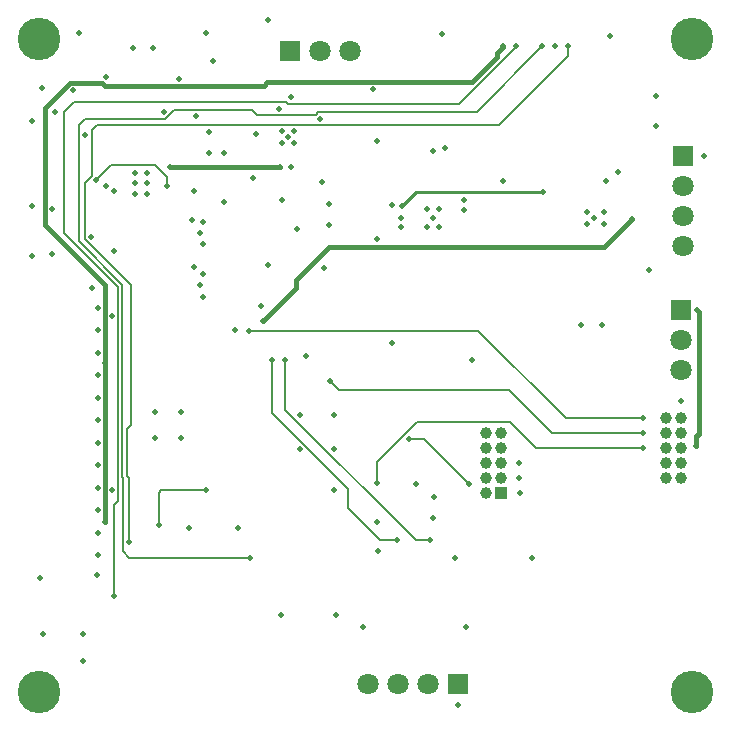
<source format=gbl>
G04*
G04 #@! TF.GenerationSoftware,Altium Limited,Altium Designer,23.1.1 (15)*
G04*
G04 Layer_Physical_Order=4*
G04 Layer_Color=16711680*
%FSLAX25Y25*%
%MOIN*%
G70*
G04*
G04 #@! TF.SameCoordinates,04E93CFA-C197-41A2-BC49-AEE8B521008C*
G04*
G04*
G04 #@! TF.FilePolarity,Positive*
G04*
G01*
G75*
%ADD15C,0.00800*%
%ADD126C,0.00900*%
%ADD127C,0.01500*%
%ADD130R,0.07087X0.07087*%
%ADD131C,0.07087*%
%ADD132R,0.03960X0.03960*%
%ADD133C,0.03960*%
%ADD134R,0.07087X0.07087*%
%ADD135C,0.14173*%
%ADD136C,0.02000*%
D15*
X112380Y70723D02*
X123063Y60039D01*
X128667D01*
X91514Y103473D02*
X134948Y60039D01*
X91514Y103473D02*
Y119943D01*
X134948Y60039D02*
X139667D01*
X34449Y71755D02*
X35846Y73152D01*
X35756Y80321D02*
Y144363D01*
X37246Y56221D02*
X39484Y53983D01*
X37156Y80900D02*
Y145094D01*
Y80900D02*
X37246Y80810D01*
X35846Y73152D02*
Y80230D01*
X37246Y56221D02*
Y80810D01*
X35756Y80321D02*
X35846Y80230D01*
X17717Y162402D02*
X35756Y144363D01*
X38615Y81420D02*
X39370Y80666D01*
X38615Y97173D02*
X39895Y98453D01*
X38615Y81420D02*
Y97173D01*
X22606Y159643D02*
X37156Y145094D01*
X39370Y59470D02*
Y80666D01*
Y59294D02*
Y59470D01*
X34449Y41339D02*
Y71755D01*
X17717Y162402D02*
Y202745D01*
X22606Y159643D02*
Y198274D01*
X24575Y160195D02*
Y179033D01*
Y160195D02*
X39895Y144875D01*
Y98453D02*
Y144875D01*
X112380Y70723D02*
Y77024D01*
X87024Y102379D02*
X112380Y77024D01*
X87024Y102379D02*
Y119943D01*
X155728Y129831D02*
X184929Y100630D01*
X79309Y129831D02*
X155728D01*
X106364Y113000D02*
X109364Y110000D01*
X166016D02*
X180308Y95709D01*
X109364Y110000D02*
X166016D01*
X184929Y100630D02*
X210630D01*
X180308Y95709D02*
X210630D01*
X39484Y53983D02*
X79724D01*
X50197Y76772D02*
X64961D01*
X49213Y75787D02*
X50197Y76772D01*
X49213Y64961D02*
Y75787D01*
X102103Y198274D02*
X162685D01*
X185730Y221319D02*
Y224623D01*
X162685Y198274D02*
X185730Y221319D01*
X102529Y202700D02*
X155223D01*
X177069Y224546D01*
X149220Y205262D02*
X168407Y224449D01*
Y224623D01*
X92509Y205262D02*
X149220D01*
X122047Y79180D02*
Y86058D01*
X132759Y93685D02*
X137614D01*
X135399Y99410D02*
X166465D01*
X122047Y86058D02*
X135399Y99410D01*
X166465D02*
X175166Y90709D01*
X210669D01*
X137614Y93685D02*
X152559Y78740D01*
X218386Y95669D02*
X218425Y95630D01*
X24575Y179033D02*
X26906Y181364D01*
Y196767D01*
X28575Y198435D01*
X101941D01*
X24606Y200274D02*
X51365D01*
X54453Y203362D01*
X22606Y198274D02*
X24606Y200274D01*
X80393Y203362D02*
X81970Y201786D01*
X101615D01*
X102529Y202700D01*
X54453Y203362D02*
X80393D01*
X101941Y198435D02*
X102103Y198274D01*
X17717Y202745D02*
X21108Y206136D01*
X28365Y179994D02*
X33410Y185039D01*
X21108Y206136D02*
X91635D01*
X92509Y205262D01*
X52165Y178035D02*
Y180884D01*
X33410Y185039D02*
X48010D01*
X52165Y180884D01*
X53069Y184270D02*
X53105Y184306D01*
D126*
X130352Y171260D02*
X135092Y176000D01*
X177362D01*
D127*
X31451Y65990D02*
Y118914D01*
X31405Y118959D02*
Y144893D01*
X31451Y65990D02*
X31496Y65945D01*
X31405Y118959D02*
X31451Y118914D01*
X228650Y136676D02*
Y136811D01*
Y136676D02*
X229219Y136107D01*
Y95520D02*
Y136107D01*
X228330Y94632D02*
X229219Y95520D01*
X228330Y91616D02*
Y94632D01*
X228235Y91520D02*
X228330Y91616D01*
X11396Y164902D02*
X31405Y144893D01*
X11396Y164902D02*
Y204157D01*
X84034Y133000D02*
X95080Y144046D01*
Y146813D01*
X106031Y157764D01*
X197723D01*
X207000Y167041D01*
X153748Y212618D02*
X162087Y220957D01*
X164077Y224488D02*
Y224623D01*
X162087Y220957D02*
Y222498D01*
X164077Y224488D01*
X85525Y212618D02*
X153748D01*
X11396Y204157D02*
X19696Y212457D01*
X30473D01*
X84317Y211410D02*
X85525Y212618D01*
X31520Y211410D02*
X84317D01*
X30473Y212457D02*
X31520Y211410D01*
X53105Y184306D02*
X89545D01*
D130*
X224000Y188172D02*
D03*
X223425Y136811D02*
D03*
D131*
X224000Y178172D02*
D03*
Y168172D02*
D03*
Y158172D02*
D03*
X103075Y222947D02*
D03*
X113075D02*
D03*
X223425Y116811D02*
D03*
Y126811D02*
D03*
X119000Y12000D02*
D03*
X129000D02*
D03*
X139000D02*
D03*
D132*
X163386Y75709D02*
D03*
D133*
Y80709D02*
D03*
X158386Y75709D02*
D03*
Y80709D02*
D03*
Y90709D02*
D03*
Y85709D02*
D03*
X163386Y90709D02*
D03*
Y85709D02*
D03*
Y95709D02*
D03*
X158386D02*
D03*
X223425Y80630D02*
D03*
Y85630D02*
D03*
X218425Y80630D02*
D03*
Y85630D02*
D03*
Y95630D02*
D03*
Y90630D02*
D03*
X223425Y95630D02*
D03*
Y90630D02*
D03*
Y100630D02*
D03*
X218425D02*
D03*
D134*
X93075Y222947D02*
D03*
X149000Y12000D02*
D03*
D135*
X9252Y9252D02*
D03*
X226969D02*
D03*
X9252Y226969D02*
D03*
X226969D02*
D03*
D136*
X108268Y35019D02*
D03*
X128667Y60039D02*
D03*
X29000Y137500D02*
D03*
Y130000D02*
D03*
Y122500D02*
D03*
Y55000D02*
D03*
Y62500D02*
D03*
Y70000D02*
D03*
Y77500D02*
D03*
Y85000D02*
D03*
Y92500D02*
D03*
Y100000D02*
D03*
Y115000D02*
D03*
X31405Y119095D02*
D03*
X29000Y107500D02*
D03*
X28604Y48504D02*
D03*
X33846Y76772D02*
D03*
X31496Y65945D02*
D03*
X228650Y136811D02*
D03*
X228235Y91520D02*
D03*
X10500Y210607D02*
D03*
X33755Y134843D02*
D03*
X13746Y155512D02*
D03*
X26957Y144183D02*
D03*
X26575Y161024D02*
D03*
X153550Y120177D02*
D03*
X129921Y164370D02*
D03*
X122457Y56306D02*
D03*
X140748Y67323D02*
D03*
X139667Y60039D02*
D03*
X151631Y31000D02*
D03*
X117323Y31000D02*
D03*
X90000Y35000D02*
D03*
X149000Y5000D02*
D03*
X91514Y119943D02*
D03*
X87024D02*
D03*
X84034Y133000D02*
D03*
X79309Y129831D02*
D03*
X106364Y113000D02*
D03*
X98207Y121441D02*
D03*
X127170Y125787D02*
D03*
X83220Y137969D02*
D03*
X122047Y160236D02*
D03*
X207000Y167041D02*
D03*
X212835Y150165D02*
D03*
X231000Y188000D02*
D03*
X151052Y173524D02*
D03*
X177362Y176000D02*
D03*
X130352Y171260D02*
D03*
X129921Y167323D02*
D03*
X106031Y164948D02*
D03*
X202216Y182710D02*
D03*
X151052Y169976D02*
D03*
X164077Y179857D02*
D03*
X104531Y150787D02*
D03*
X147910Y53983D02*
D03*
X173799D02*
D03*
X169606Y75709D02*
D03*
X190121Y131744D02*
D03*
X196922D02*
D03*
X24059Y19685D02*
D03*
X10827Y28543D02*
D03*
X9843Y47244D02*
D03*
X64961Y76772D02*
D03*
X49213Y64961D02*
D03*
X39370Y59470D02*
D03*
X59339Y63976D02*
D03*
X79724Y53983D02*
D03*
X24059Y28543D02*
D03*
X74803Y129921D02*
D03*
X75787Y63976D02*
D03*
X107656Y76772D02*
D03*
X141181Y74410D02*
D03*
X134941Y78740D02*
D03*
X214879Y198103D02*
D03*
Y208093D02*
D03*
X198524Y179857D02*
D03*
X185730Y224623D02*
D03*
X181400D02*
D03*
X177069Y224546D02*
D03*
X168407Y224623D02*
D03*
X164077D02*
D03*
X140748Y189650D02*
D03*
X122047Y192983D02*
D03*
X127170Y171812D02*
D03*
X106031Y172047D02*
D03*
X95451Y163809D02*
D03*
X90530Y173522D02*
D03*
X70866Y172672D02*
D03*
X60356Y166535D02*
D03*
X60941Y150870D02*
D03*
X223425Y106299D02*
D03*
X67234Y219748D02*
D03*
X41517Y182514D02*
D03*
Y178971D02*
D03*
Y175428D02*
D03*
X45454D02*
D03*
Y178971D02*
D03*
Y182514D02*
D03*
X92498Y194467D02*
D03*
X90530Y192498D02*
D03*
X90530Y196435D02*
D03*
X94467Y196435D02*
D03*
X94467Y192498D02*
D03*
X140748Y167323D02*
D03*
X142717Y170276D02*
D03*
X138779D02*
D03*
Y164370D02*
D03*
X142717D02*
D03*
X132759Y93685D02*
D03*
X169291Y85630D02*
D03*
Y80709D02*
D03*
X210669Y90709D02*
D03*
X210630Y95709D02*
D03*
X152559Y78740D02*
D03*
X122047Y79180D02*
D03*
X210630Y100630D02*
D03*
X34449Y41339D02*
D03*
X103637Y179380D02*
D03*
X64158Y158661D02*
D03*
X14764Y202700D02*
D03*
X28365Y179994D02*
D03*
X93482Y207612D02*
D03*
X120648Y210268D02*
D03*
X65945Y189069D02*
D03*
X143701Y228817D02*
D03*
X85827Y151772D02*
D03*
X93482Y184270D02*
D03*
X80709Y180684D02*
D03*
X122047Y65945D02*
D03*
X197835Y165354D02*
D03*
X191929D02*
D03*
Y169291D02*
D03*
X197835D02*
D03*
X194529Y167424D02*
D03*
X107600Y101727D02*
D03*
Y90215D02*
D03*
X96360D02*
D03*
Y101727D02*
D03*
X64158Y141142D02*
D03*
X70866Y189069D02*
D03*
X56840Y93947D02*
D03*
X48108D02*
D03*
X56840Y102538D02*
D03*
X48108D02*
D03*
X64158Y148622D02*
D03*
Y166142D02*
D03*
X89545Y184306D02*
D03*
X53069Y184270D02*
D03*
X62992Y144882D02*
D03*
Y162402D02*
D03*
X89264Y203786D02*
D03*
X61024Y176313D02*
D03*
X61577Y201362D02*
D03*
X81693Y195451D02*
D03*
X85731Y233246D02*
D03*
X102931Y200274D02*
D03*
X52165Y178035D02*
D03*
X6890Y199803D02*
D03*
X65945Y195866D02*
D03*
X24606Y195079D02*
D03*
X34461Y156496D02*
D03*
X13746Y170276D02*
D03*
X6890Y154528D02*
D03*
X34449Y176313D02*
D03*
X31754Y178085D02*
D03*
X20669Y210107D02*
D03*
X6890Y171260D02*
D03*
X199803Y227931D02*
D03*
X144685Y190530D02*
D03*
X31754Y214500D02*
D03*
X47305Y224079D02*
D03*
X40612D02*
D03*
X64961Y229000D02*
D03*
X22638D02*
D03*
X50963Y202700D02*
D03*
X56163Y213760D02*
D03*
M02*

</source>
